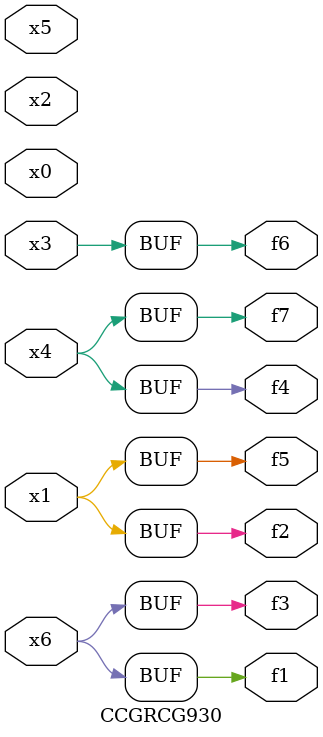
<source format=v>
module CCGRCG930(
	input x0, x1, x2, x3, x4, x5, x6,
	output f1, f2, f3, f4, f5, f6, f7
);
	assign f1 = x6;
	assign f2 = x1;
	assign f3 = x6;
	assign f4 = x4;
	assign f5 = x1;
	assign f6 = x3;
	assign f7 = x4;
endmodule

</source>
